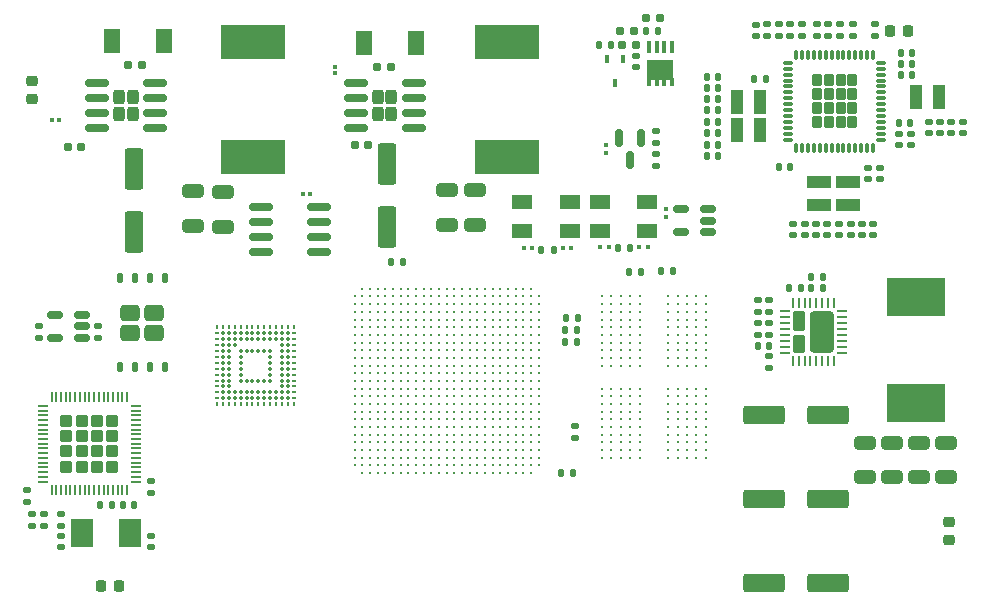
<source format=gbr>
%TF.GenerationSoftware,KiCad,Pcbnew,7.99.0-2419-g7f14b70ac3*%
%TF.CreationDate,2023-09-02T02:09:12+02:00*%
%TF.ProjectId,DQBSC,44514253-432e-46b6-9963-61645f706362,rev?*%
%TF.SameCoordinates,Original*%
%TF.FileFunction,Paste,Top*%
%TF.FilePolarity,Positive*%
%FSLAX46Y46*%
G04 Gerber Fmt 4.6, Leading zero omitted, Abs format (unit mm)*
G04 Created by KiCad (PCBNEW 7.99.0-2419-g7f14b70ac3) date 2023-09-02 02:09:12*
%MOMM*%
%LPD*%
G01*
G04 APERTURE LIST*
G04 Aperture macros list*
%AMRoundRect*
0 Rectangle with rounded corners*
0 $1 Rounding radius*
0 $2 $3 $4 $5 $6 $7 $8 $9 X,Y pos of 4 corners*
0 Add a 4 corners polygon primitive as box body*
4,1,4,$2,$3,$4,$5,$6,$7,$8,$9,$2,$3,0*
0 Add four circle primitives for the rounded corners*
1,1,$1+$1,$2,$3*
1,1,$1+$1,$4,$5*
1,1,$1+$1,$6,$7*
1,1,$1+$1,$8,$9*
0 Add four rect primitives between the rounded corners*
20,1,$1+$1,$2,$3,$4,$5,0*
20,1,$1+$1,$4,$5,$6,$7,0*
20,1,$1+$1,$6,$7,$8,$9,0*
20,1,$1+$1,$8,$9,$2,$3,0*%
%AMFreePoly0*
4,1,25,0.317682,0.485319,0.329034,0.475624,0.407847,0.396811,0.434540,0.344422,0.435711,0.329540,0.435711,-0.329540,0.417542,-0.385459,0.407847,-0.396811,0.329034,-0.475624,0.276645,-0.502317,0.261763,-0.503488,-0.261763,-0.503488,-0.317682,-0.485319,-0.329034,-0.475624,-0.407847,-0.396811,-0.434540,-0.344422,-0.435711,-0.329540,-0.435711,0.329540,-0.417542,0.385459,-0.407847,0.396811,
-0.329034,0.475624,-0.276645,0.502317,-0.261763,0.503488,0.261763,0.503488,0.317682,0.485319,0.317682,0.485319,$1*%
G04 Aperture macros list end*
%ADD10RoundRect,0.135000X0.185000X-0.135000X0.185000X0.135000X-0.185000X0.135000X-0.185000X-0.135000X0*%
%ADD11RoundRect,0.135000X-0.135000X-0.185000X0.135000X-0.185000X0.135000X0.185000X-0.135000X0.185000X0*%
%ADD12RoundRect,0.250000X-0.555000X0.435000X-0.555000X-0.435000X0.555000X-0.435000X0.555000X0.435000X0*%
%ADD13RoundRect,0.125000X-0.125000X0.262500X-0.125000X-0.262500X0.125000X-0.262500X0.125000X0.262500X0*%
%ADD14RoundRect,0.150000X0.512500X0.150000X-0.512500X0.150000X-0.512500X-0.150000X0.512500X-0.150000X0*%
%ADD15RoundRect,0.140000X-0.170000X0.140000X-0.170000X-0.140000X0.170000X-0.140000X0.170000X0.140000X0*%
%ADD16RoundRect,0.140000X0.140000X0.170000X-0.140000X0.170000X-0.140000X-0.170000X0.140000X-0.170000X0*%
%ADD17R,5.400000X2.900000*%
%ADD18RoundRect,0.135000X-0.185000X0.135000X-0.185000X-0.135000X0.185000X-0.135000X0.185000X0.135000X0*%
%ADD19RoundRect,0.140000X0.170000X-0.140000X0.170000X0.140000X-0.170000X0.140000X-0.170000X-0.140000X0*%
%ADD20R,2.000000X1.100000*%
%ADD21RoundRect,0.140000X-0.140000X-0.170000X0.140000X-0.170000X0.140000X0.170000X-0.140000X0.170000X0*%
%ADD22RoundRect,0.150000X-0.150000X0.587500X-0.150000X-0.587500X0.150000X-0.587500X0.150000X0.587500X0*%
%ADD23RoundRect,0.062500X-0.375000X-0.062500X0.375000X-0.062500X0.375000X0.062500X-0.375000X0.062500X0*%
%ADD24RoundRect,0.062500X-0.062500X-0.375000X0.062500X-0.375000X0.062500X0.375000X-0.062500X0.375000X0*%
%ADD25RoundRect,0.106599X0.418401X0.723401X-0.418401X0.723401X-0.418401X-0.723401X0.418401X-0.723401X0*%
%ADD26RoundRect,0.106599X0.418401X0.633401X-0.418401X0.633401X-0.418401X-0.633401X0.418401X-0.633401X0*%
%ADD27RoundRect,0.200000X0.785000X-1.540000X0.785000X1.540000X-0.785000X1.540000X-0.785000X-1.540000X0*%
%ADD28C,0.270000*%
%ADD29RoundRect,0.240000X-0.240000X-0.385000X0.240000X-0.385000X0.240000X0.385000X-0.240000X0.385000X0*%
%ADD30RoundRect,0.150000X-0.825000X-0.150000X0.825000X-0.150000X0.825000X0.150000X-0.825000X0.150000X0*%
%ADD31RoundRect,0.160000X0.197500X0.160000X-0.197500X0.160000X-0.197500X-0.160000X0.197500X-0.160000X0*%
%ADD32RoundRect,0.250000X-0.650000X0.325000X-0.650000X-0.325000X0.650000X-0.325000X0.650000X0.325000X0*%
%ADD33RoundRect,0.135000X0.135000X0.185000X-0.135000X0.185000X-0.135000X-0.185000X0.135000X-0.185000X0*%
%ADD34R,1.100000X2.000000*%
%ADD35R,1.400000X2.100000*%
%ADD36RoundRect,0.225000X0.225000X0.250000X-0.225000X0.250000X-0.225000X-0.250000X0.225000X-0.250000X0*%
%ADD37RoundRect,0.079500X-0.100500X0.079500X-0.100500X-0.079500X0.100500X-0.079500X0.100500X0.079500X0*%
%ADD38RoundRect,0.250000X1.500000X0.550000X-1.500000X0.550000X-1.500000X-0.550000X1.500000X-0.550000X0*%
%ADD39RoundRect,0.079500X-0.079500X-0.100500X0.079500X-0.100500X0.079500X0.100500X-0.079500X0.100500X0*%
%ADD40O,0.200000X0.350000*%
%ADD41O,0.350000X0.200000*%
%ADD42C,0.350000*%
%ADD43RoundRect,0.079500X0.079500X0.100500X-0.079500X0.100500X-0.079500X-0.100500X0.079500X-0.100500X0*%
%ADD44RoundRect,0.225000X0.250000X-0.225000X0.250000X0.225000X-0.250000X0.225000X-0.250000X-0.225000X0*%
%ADD45RoundRect,0.250000X-0.550000X1.500000X-0.550000X-1.500000X0.550000X-1.500000X0.550000X1.500000X0*%
%ADD46R,4.950000X3.175000*%
%ADD47C,0.330200*%
%ADD48FreePoly0,0.000000*%
%ADD49RoundRect,0.067500X-0.357500X-0.067500X0.357500X-0.067500X0.357500X0.067500X-0.357500X0.067500X0*%
%ADD50RoundRect,0.067500X-0.067500X0.357500X-0.067500X-0.357500X0.067500X-0.357500X0.067500X0.357500X0*%
%ADD51RoundRect,0.225000X-0.225000X-0.250000X0.225000X-0.250000X0.225000X0.250000X-0.225000X0.250000X0*%
%ADD52R,0.405000X0.990000*%
%ADD53R,2.235000X1.725000*%
%ADD54R,0.406250X0.760000*%
%ADD55R,1.900000X2.400000*%
%ADD56R,0.360000X0.320000*%
%ADD57RoundRect,0.079500X0.100500X-0.079500X0.100500X0.079500X-0.100500X0.079500X-0.100500X-0.079500X0*%
%ADD58RoundRect,0.250000X0.275000X0.275000X-0.275000X0.275000X-0.275000X-0.275000X0.275000X-0.275000X0*%
%ADD59RoundRect,0.050000X0.362500X0.050000X-0.362500X0.050000X-0.362500X-0.050000X0.362500X-0.050000X0*%
%ADD60RoundRect,0.050000X0.050000X0.362500X-0.050000X0.362500X-0.050000X-0.362500X0.050000X-0.362500X0*%
%ADD61R,0.320000X0.360000*%
%ADD62RoundRect,0.225000X-0.250000X0.225000X-0.250000X-0.225000X0.250000X-0.225000X0.250000X0.225000X0*%
%ADD63R,1.800000X1.200000*%
%ADD64RoundRect,0.155000X-0.212500X-0.155000X0.212500X-0.155000X0.212500X0.155000X-0.212500X0.155000X0*%
%ADD65R,0.450000X0.700000*%
%ADD66RoundRect,0.155000X0.212500X0.155000X-0.212500X0.155000X-0.212500X-0.155000X0.212500X-0.155000X0*%
G04 APERTURE END LIST*
D10*
%TO.C,R49*%
X59543462Y-121380028D03*
X59543462Y-120360028D03*
%TD*%
D11*
%TO.C,R70*%
X104723000Y-118960000D03*
X105743000Y-118960000D03*
%TD*%
D12*
%TO.C,U6*%
X70276000Y-105362400D03*
X68276000Y-105362400D03*
X70276000Y-107062400D03*
X68276000Y-107062400D03*
D13*
X71181000Y-102462400D03*
X69911000Y-102462400D03*
X68641000Y-102462400D03*
X67371000Y-102462400D03*
X67371000Y-109962400D03*
X68641000Y-109962400D03*
X69911000Y-109962400D03*
X71181000Y-109962400D03*
%TD*%
D14*
%TO.C,U12*%
X117182200Y-98538400D03*
X117182200Y-97588400D03*
X117182200Y-96638400D03*
X114907200Y-96638400D03*
X114907200Y-98538400D03*
%TD*%
D15*
%TO.C,C308*%
X122343462Y-109070028D03*
X122343462Y-110030028D03*
%TD*%
D16*
%TO.C,C290*%
X124120000Y-93030400D03*
X123160000Y-93030400D03*
%TD*%
D10*
%TO.C,R27*%
X122318462Y-105355028D03*
X122318462Y-104335028D03*
%TD*%
D15*
%TO.C,C191*%
X62393462Y-124280028D03*
X62393462Y-125240028D03*
%TD*%
D17*
%TO.C,L11*%
X100153000Y-82487000D03*
X100153000Y-92187000D03*
%TD*%
D16*
%TO.C,C234*%
X118023462Y-92112527D03*
X117063462Y-92112527D03*
%TD*%
D15*
%TO.C,C328*%
X60943462Y-122445014D03*
X60943462Y-123405014D03*
%TD*%
%TO.C,C237*%
X129243462Y-97877528D03*
X129243462Y-98837528D03*
%TD*%
D18*
%TO.C,R40*%
X62380962Y-122385014D03*
X62380962Y-123405014D03*
%TD*%
D19*
%TO.C,C321*%
X111093000Y-84608000D03*
X111093000Y-83648000D03*
%TD*%
D10*
%TO.C,R81*%
X129458462Y-81970028D03*
X129458462Y-80950028D03*
%TD*%
D15*
%TO.C,C238*%
X130193462Y-97877528D03*
X130193462Y-98837528D03*
%TD*%
%TO.C,C242*%
X137780000Y-89230400D03*
X137780000Y-90190400D03*
%TD*%
%TO.C,C281*%
X130755962Y-93090028D03*
X130755962Y-94050028D03*
%TD*%
D20*
%TO.C,L25*%
X126593462Y-94325028D03*
X126593462Y-96225028D03*
%TD*%
D21*
%TO.C,C283*%
X133505962Y-85270028D03*
X134465962Y-85270028D03*
%TD*%
D22*
%TO.C,U11*%
X111540481Y-90557514D03*
X109640481Y-90557514D03*
X110590481Y-92432514D03*
%TD*%
D23*
%TO.C,U2*%
X123655962Y-105270028D03*
X123655962Y-105770028D03*
X123655962Y-106270028D03*
X123655962Y-106770028D03*
X123655962Y-107270028D03*
X123655962Y-107770028D03*
X123655962Y-108270028D03*
X123655962Y-108770028D03*
D24*
X124343462Y-109457528D03*
X124843462Y-109457528D03*
X125343462Y-109457528D03*
X125843462Y-109457528D03*
X126343462Y-109457528D03*
X126843462Y-109457528D03*
X127343462Y-109457528D03*
X127843462Y-109457528D03*
D23*
X128530962Y-108770028D03*
X128530962Y-108270028D03*
X128530962Y-107770028D03*
X128530962Y-107270028D03*
X128530962Y-106770028D03*
X128530962Y-106270028D03*
X128530962Y-105770028D03*
X128530962Y-105270028D03*
D24*
X127843462Y-104582528D03*
X127343462Y-104582528D03*
X126843462Y-104582528D03*
X126343462Y-104582528D03*
X125843462Y-104582528D03*
X125343462Y-104582528D03*
X124843462Y-104582528D03*
X124343462Y-104582528D03*
D25*
X124878462Y-106110028D03*
D26*
X124878462Y-108020028D03*
D27*
X126848462Y-107020028D03*
%TD*%
D16*
%TO.C,C309*%
X122373462Y-108170028D03*
X121413462Y-108170028D03*
%TD*%
D10*
%TO.C,R32*%
X122318462Y-107280028D03*
X122318462Y-106260028D03*
%TD*%
D28*
%TO.C,U3*%
X108195000Y-104005400D03*
X108995000Y-104005400D03*
X109795000Y-104005400D03*
X110595000Y-104005400D03*
X111395000Y-104005400D03*
X113795000Y-104005400D03*
X114595000Y-104005400D03*
X115395000Y-104005400D03*
X116195000Y-104005400D03*
X116995000Y-104005400D03*
X108195000Y-117005400D03*
X108995000Y-117005400D03*
X109795000Y-117005400D03*
X110595000Y-117005400D03*
X111395000Y-117005400D03*
X113795000Y-117005400D03*
X114595000Y-117005400D03*
X115395000Y-117005400D03*
X116195000Y-117005400D03*
X116995000Y-117005400D03*
X108195000Y-117655400D03*
X108995000Y-117655400D03*
X109795000Y-117655400D03*
X110595000Y-117655400D03*
X111395000Y-117655400D03*
X113795000Y-117655400D03*
X114595000Y-117655400D03*
X115395000Y-117655400D03*
X116195000Y-117655400D03*
X116995000Y-117655400D03*
X108195000Y-104655400D03*
X108995000Y-104655400D03*
X109795000Y-104655400D03*
X110595000Y-104655400D03*
X111395000Y-104655400D03*
X113795000Y-104655400D03*
X114595000Y-104655400D03*
X115395000Y-104655400D03*
X116195000Y-104655400D03*
X116995000Y-104655400D03*
X108195000Y-105305400D03*
X108995000Y-105305400D03*
X109795000Y-105305400D03*
X110595000Y-105305400D03*
X111395000Y-105305400D03*
X113795000Y-105305400D03*
X114595000Y-105305400D03*
X115395000Y-105305400D03*
X116195000Y-105305400D03*
X116995000Y-105305400D03*
X108195000Y-105955400D03*
X108995000Y-105955400D03*
X109795000Y-105955400D03*
X110595000Y-105955400D03*
X111395000Y-105955400D03*
X113795000Y-105955400D03*
X114595000Y-105955400D03*
X115395000Y-105955400D03*
X116195000Y-105955400D03*
X116995000Y-105955400D03*
X108195000Y-106605400D03*
X108995000Y-106605400D03*
X109795000Y-106605400D03*
X110595000Y-106605400D03*
X111395000Y-106605400D03*
X113795000Y-106605400D03*
X114595000Y-106605400D03*
X115395000Y-106605400D03*
X116195000Y-106605400D03*
X116995000Y-106605400D03*
X108195000Y-107255400D03*
X108995000Y-107255400D03*
X109795000Y-107255400D03*
X110595000Y-107255400D03*
X111395000Y-107255400D03*
X113795000Y-107255400D03*
X114595000Y-107255400D03*
X115395000Y-107255400D03*
X116195000Y-107255400D03*
X116995000Y-107255400D03*
X108195000Y-107905400D03*
X108995000Y-107905400D03*
X109795000Y-107905400D03*
X110595000Y-107905400D03*
X111395000Y-107905400D03*
X113795000Y-107905400D03*
X114595000Y-107905400D03*
X115395000Y-107905400D03*
X116195000Y-107905400D03*
X116995000Y-107905400D03*
X108195000Y-108555400D03*
X108995000Y-108555400D03*
X109795000Y-108555400D03*
X110595000Y-108555400D03*
X111395000Y-108555400D03*
X113795000Y-108555400D03*
X114595000Y-108555400D03*
X115395000Y-108555400D03*
X116195000Y-108555400D03*
X116995000Y-108555400D03*
X108195000Y-109205400D03*
X108995000Y-109205400D03*
X109795000Y-109205400D03*
X110595000Y-109205400D03*
X111395000Y-109205400D03*
X113795000Y-109205400D03*
X114595000Y-109205400D03*
X115395000Y-109205400D03*
X116195000Y-109205400D03*
X116995000Y-109205400D03*
X108195000Y-109855400D03*
X108995000Y-109855400D03*
X109795000Y-109855400D03*
X110595000Y-109855400D03*
X111395000Y-109855400D03*
X113795000Y-109855400D03*
X114595000Y-109855400D03*
X115395000Y-109855400D03*
X116195000Y-109855400D03*
X116995000Y-109855400D03*
X108195000Y-111805400D03*
X108995000Y-111805400D03*
X109795000Y-111805400D03*
X110595000Y-111805400D03*
X111395000Y-111805400D03*
X113795000Y-111805400D03*
X114595000Y-111805400D03*
X115395000Y-111805400D03*
X116195000Y-111805400D03*
X116995000Y-111805400D03*
X108195000Y-112455400D03*
X108995000Y-112455400D03*
X109795000Y-112455400D03*
X110595000Y-112455400D03*
X111395000Y-112455400D03*
X113795000Y-112455400D03*
X114595000Y-112455400D03*
X115395000Y-112455400D03*
X116195000Y-112455400D03*
X116995000Y-112455400D03*
X108195000Y-113105400D03*
X108995000Y-113105400D03*
X109795000Y-113105400D03*
X110595000Y-113105400D03*
X111395000Y-113105400D03*
X113795000Y-113105400D03*
X114595000Y-113105400D03*
X115395000Y-113105400D03*
X116195000Y-113105400D03*
X116995000Y-113105400D03*
X108195000Y-113755400D03*
X108995000Y-113755400D03*
X109795000Y-113755400D03*
X110595000Y-113755400D03*
X111395000Y-113755400D03*
X113795000Y-113755400D03*
X114595000Y-113755400D03*
X115395000Y-113755400D03*
X116195000Y-113755400D03*
X116995000Y-113755400D03*
X108195000Y-114405400D03*
X108995000Y-114405400D03*
X109795000Y-114405400D03*
X110595000Y-114405400D03*
X111395000Y-114405400D03*
X113795000Y-114405400D03*
X114595000Y-114405400D03*
X115395000Y-114405400D03*
X116195000Y-114405400D03*
X116995000Y-114405400D03*
X108195000Y-115055400D03*
X108995000Y-115055400D03*
X109795000Y-115055400D03*
X110595000Y-115055400D03*
X111395000Y-115055400D03*
X113795000Y-115055400D03*
X114595000Y-115055400D03*
X115395000Y-115055400D03*
X116195000Y-115055400D03*
X116995000Y-115055400D03*
X108195000Y-115705400D03*
X108995000Y-115705400D03*
X109795000Y-115705400D03*
X110595000Y-115705400D03*
X111395000Y-115705400D03*
X113795000Y-115705400D03*
X114595000Y-115705400D03*
X115395000Y-115705400D03*
X116195000Y-115705400D03*
X116995000Y-115705400D03*
X108195000Y-116355400D03*
X108995000Y-116355400D03*
X109795000Y-116355400D03*
X110595000Y-116355400D03*
X111395000Y-116355400D03*
X113795000Y-116355400D03*
X114595000Y-116355400D03*
X115395000Y-116355400D03*
X116195000Y-116355400D03*
X116995000Y-116355400D03*
%TD*%
D29*
%TO.C,U9*%
X67325000Y-87095000D03*
X67325000Y-88595000D03*
X68465000Y-87095000D03*
X68465000Y-88595000D03*
D30*
X65420000Y-85940000D03*
X65420000Y-87210000D03*
X65420000Y-88480000D03*
X65420000Y-89750000D03*
X70370000Y-89750000D03*
X70370000Y-88480000D03*
X70370000Y-87210000D03*
X70370000Y-85940000D03*
%TD*%
D31*
%TO.C,R36*%
X111090500Y-82728000D03*
X109895500Y-82728000D03*
%TD*%
D18*
%TO.C,R57*%
X124143462Y-80935028D03*
X124143462Y-81955028D03*
%TD*%
D32*
%TO.C,C53*%
X130443462Y-116370028D03*
X130443462Y-119320028D03*
%TD*%
D33*
%TO.C,R12*%
X111503000Y-101924200D03*
X110483000Y-101924200D03*
%TD*%
D32*
%TO.C,C71*%
X76150000Y-95133000D03*
X76150000Y-98083000D03*
%TD*%
D34*
%TO.C,L15*%
X121568462Y-87525028D03*
X119668462Y-87525028D03*
%TD*%
D35*
%TO.C,D3*%
X71111000Y-82384000D03*
X66711000Y-82384000D03*
%TD*%
D30*
%TO.C,U26*%
X79315000Y-96455400D03*
X79315000Y-97725400D03*
X79315000Y-98995400D03*
X79315000Y-100265400D03*
X84265000Y-100265400D03*
X84265000Y-98995400D03*
X84265000Y-97725400D03*
X84265000Y-96455400D03*
%TD*%
D36*
%TO.C,C3*%
X134115481Y-81545014D03*
X132565481Y-81545014D03*
%TD*%
D37*
%TO.C,C198*%
X113611800Y-96613400D03*
X113611800Y-97303400D03*
%TD*%
D16*
%TO.C,C232*%
X118023462Y-90175861D03*
X117063462Y-90175861D03*
%TD*%
D10*
%TO.C,R23*%
X123193462Y-81955028D03*
X123193462Y-80935028D03*
%TD*%
D38*
%TO.C,C54*%
X127293462Y-121170028D03*
X121893462Y-121170028D03*
%TD*%
D34*
%TO.C,L24*%
X134818462Y-87125028D03*
X136718462Y-87125028D03*
%TD*%
D32*
%TO.C,C77*%
X95073000Y-95006000D03*
X95073000Y-97956000D03*
%TD*%
D16*
%TO.C,C231*%
X118023462Y-89207528D03*
X117063462Y-89207528D03*
%TD*%
D15*
%TO.C,C282*%
X131705962Y-93090028D03*
X131705962Y-94050028D03*
%TD*%
%TO.C,C288*%
X128318462Y-80965028D03*
X128318462Y-81925028D03*
%TD*%
D39*
%TO.C,C196*%
X111365000Y-99783000D03*
X112055000Y-99783000D03*
%TD*%
D19*
%TO.C,C313*%
X65565481Y-107495014D03*
X65565481Y-106535014D03*
%TD*%
D34*
%TO.C,L22*%
X121568462Y-89925028D03*
X119668462Y-89925028D03*
%TD*%
D40*
%TO.C,U4*%
X75600000Y-106625000D03*
X76100000Y-106625000D03*
X76600000Y-106625000D03*
X77100000Y-106625000D03*
X77600000Y-106625000D03*
X78100000Y-106625000D03*
X78600000Y-106625000D03*
X79100000Y-106625000D03*
X79600000Y-106625000D03*
X80100000Y-106625000D03*
X80600000Y-106625000D03*
X81100000Y-106625000D03*
X81600000Y-106625000D03*
X82100000Y-106625000D03*
D41*
X75600000Y-107125000D03*
D42*
X76100000Y-107125000D03*
X76600000Y-107125000D03*
X77100000Y-107125000D03*
X77600000Y-107125000D03*
X78100000Y-107125000D03*
X78600000Y-107125000D03*
X79100000Y-107125000D03*
X79600000Y-107125000D03*
X80100000Y-107125000D03*
X80600000Y-107125000D03*
X81100000Y-107125000D03*
X81600000Y-107125000D03*
D41*
X82100000Y-107125000D03*
X75600000Y-107625000D03*
D42*
X76100000Y-107625000D03*
X76600000Y-107625000D03*
X77100000Y-107625000D03*
X77600000Y-107625000D03*
X78100000Y-107625000D03*
X78600000Y-107625000D03*
X79100000Y-107625000D03*
X79600000Y-107625000D03*
X80100000Y-107625000D03*
X80600000Y-107625000D03*
X81100000Y-107625000D03*
X81600000Y-107625000D03*
D41*
X82100000Y-107625000D03*
X75600000Y-108125000D03*
D42*
X76100000Y-108125000D03*
X76600000Y-108125000D03*
X77100000Y-108125000D03*
X81100000Y-108125000D03*
X81600000Y-108125000D03*
D41*
X82100000Y-108125000D03*
X75600000Y-108625000D03*
D42*
X76100000Y-108625000D03*
X76600000Y-108625000D03*
X77600000Y-108625000D03*
X78100000Y-108625000D03*
X78600000Y-108625000D03*
X79100000Y-108625000D03*
X79600000Y-108625000D03*
X80100000Y-108625000D03*
X81100000Y-108625000D03*
X81600000Y-108625000D03*
D41*
X82100000Y-108625000D03*
X75600000Y-109125000D03*
D42*
X76100000Y-109125000D03*
X76600000Y-109125000D03*
X77600000Y-109125000D03*
X80100000Y-109125000D03*
X81100000Y-109125000D03*
X81600000Y-109125000D03*
D41*
X82100000Y-109125000D03*
X75600000Y-109625000D03*
D42*
X76100000Y-109625000D03*
X76600000Y-109625000D03*
X77600000Y-109625000D03*
X80100000Y-109625000D03*
X81100000Y-109625000D03*
X81600000Y-109625000D03*
D41*
X82100000Y-109625000D03*
X75600000Y-110125000D03*
D42*
X76100000Y-110125000D03*
X76600000Y-110125000D03*
X77600000Y-110125000D03*
X80100000Y-110125000D03*
X81100000Y-110125000D03*
X81600000Y-110125000D03*
D41*
X82100000Y-110125000D03*
X75600000Y-110625000D03*
D42*
X76100000Y-110625000D03*
X76600000Y-110625000D03*
X77600000Y-110625000D03*
X80100000Y-110625000D03*
X81100000Y-110625000D03*
X81600000Y-110625000D03*
D41*
X82100000Y-110625000D03*
X75600000Y-111125000D03*
D42*
X76100000Y-111125000D03*
X76600000Y-111125000D03*
X77600000Y-111125000D03*
X78100000Y-111125000D03*
X78600000Y-111125000D03*
X79100000Y-111125000D03*
X79600000Y-111125000D03*
X80100000Y-111125000D03*
X81100000Y-111125000D03*
X81600000Y-111125000D03*
D41*
X82100000Y-111125000D03*
X75600000Y-111625000D03*
D42*
X76100000Y-111625000D03*
X76600000Y-111625000D03*
X81100000Y-111625000D03*
X81600000Y-111625000D03*
D41*
X82100000Y-111625000D03*
X75600000Y-112125000D03*
D42*
X76100000Y-112125000D03*
X76600000Y-112125000D03*
X77100000Y-112125000D03*
X77600000Y-112125000D03*
X78100000Y-112125000D03*
X78600000Y-112125000D03*
X79100000Y-112125000D03*
X79600000Y-112125000D03*
X80100000Y-112125000D03*
X80600000Y-112125000D03*
X81100000Y-112125000D03*
X81600000Y-112125000D03*
D41*
X82100000Y-112125000D03*
X75600000Y-112625000D03*
D42*
X76100000Y-112625000D03*
X76600000Y-112625000D03*
X77100000Y-112625000D03*
X77600000Y-112625000D03*
X78100000Y-112625000D03*
X78600000Y-112625000D03*
X79100000Y-112625000D03*
X79600000Y-112625000D03*
X80100000Y-112625000D03*
X80600000Y-112625000D03*
X81100000Y-112625000D03*
X81600000Y-112625000D03*
D41*
X82100000Y-112625000D03*
D40*
X75600000Y-113125000D03*
X76100000Y-113125000D03*
X76600000Y-113125000D03*
X77100000Y-113125000D03*
X77600000Y-113125000D03*
X78100000Y-113125000D03*
X78600000Y-113125000D03*
X79100000Y-113125000D03*
X79600000Y-113125000D03*
X80100000Y-113125000D03*
X80600000Y-113125000D03*
X81100000Y-113125000D03*
X81600000Y-113125000D03*
X82100000Y-113125000D03*
%TD*%
D18*
%TO.C,R24*%
X122193462Y-80935028D03*
X122193462Y-81955028D03*
%TD*%
D38*
%TO.C,C46*%
X127293462Y-114070028D03*
X121893462Y-114070028D03*
%TD*%
D31*
%TO.C,C62*%
X90336500Y-84543000D03*
X89141500Y-84543000D03*
%TD*%
D35*
%TO.C,D4*%
X92447000Y-82511000D03*
X88047000Y-82511000D03*
%TD*%
D17*
%TO.C,L10*%
X78690000Y-82487000D03*
X78690000Y-92187000D03*
%TD*%
D10*
%TO.C,R31*%
X121368462Y-107280028D03*
X121368462Y-106260028D03*
%TD*%
D20*
%TO.C,L23*%
X128993462Y-94325028D03*
X128993462Y-96225028D03*
%TD*%
D43*
%TO.C,C193*%
X102276000Y-99910000D03*
X101586000Y-99910000D03*
%TD*%
D16*
%TO.C,C228*%
X118023462Y-87307528D03*
X117063462Y-87307528D03*
%TD*%
D11*
%TO.C,R2*%
X90310000Y-101080400D03*
X91330000Y-101080400D03*
%TD*%
D44*
%TO.C,C6*%
X137567200Y-124662600D03*
X137567200Y-123112600D03*
%TD*%
D11*
%TO.C,R6*%
X105068800Y-106882400D03*
X106088800Y-106882400D03*
%TD*%
D15*
%TO.C,C277*%
X127243462Y-97877528D03*
X127243462Y-98837528D03*
%TD*%
D16*
%TO.C,C285*%
X134465962Y-83370028D03*
X133505962Y-83370028D03*
%TD*%
D45*
%TO.C,C66*%
X68565481Y-93170014D03*
X68565481Y-98570014D03*
%TD*%
D11*
%TO.C,R39*%
X65727862Y-121642828D03*
X66747862Y-121642828D03*
%TD*%
D19*
%TO.C,C291*%
X121193462Y-81945028D03*
X121193462Y-80985028D03*
%TD*%
D32*
%TO.C,C52*%
X132743462Y-116370028D03*
X132743462Y-119320028D03*
%TD*%
D11*
%TO.C,R26*%
X125883462Y-102345028D03*
X126903462Y-102345028D03*
%TD*%
D46*
%TO.C,L9*%
X134793462Y-104012528D03*
X134793462Y-113027528D03*
%TD*%
D47*
%TO.C,U1*%
X87245000Y-118305400D03*
X87245000Y-117655400D03*
X87245000Y-117005400D03*
X87245000Y-116355400D03*
X87245000Y-115705400D03*
X87245000Y-115055400D03*
X87245000Y-114405400D03*
X87245000Y-113755400D03*
X87245000Y-113105400D03*
X87245000Y-112455400D03*
X87245000Y-111805400D03*
X87245000Y-111155400D03*
X87245000Y-110505400D03*
X87245000Y-109855400D03*
X87245000Y-109205400D03*
X87245000Y-108555400D03*
X87245000Y-107905400D03*
X87245000Y-107255400D03*
X87245000Y-106605400D03*
X87245000Y-105955400D03*
X87245000Y-105305400D03*
X87245000Y-104655400D03*
X87245000Y-104005400D03*
X100245000Y-118955400D03*
X100245000Y-118305400D03*
X100245000Y-117655400D03*
X100245000Y-117005400D03*
X100245000Y-116355400D03*
X100245000Y-115705400D03*
X100245000Y-115055400D03*
X100245000Y-114405400D03*
X100245000Y-113755400D03*
X100245000Y-113105400D03*
X100245000Y-112455400D03*
X100245000Y-111805400D03*
X100245000Y-111155400D03*
X100245000Y-110505400D03*
X100245000Y-109855400D03*
X100245000Y-109205400D03*
X100245000Y-108555400D03*
X100245000Y-107905400D03*
X100245000Y-107255400D03*
X100245000Y-106605400D03*
X100245000Y-105955400D03*
X100245000Y-105305400D03*
X100245000Y-104655400D03*
X100245000Y-104005400D03*
X100245000Y-103355400D03*
X100895000Y-118955400D03*
X100895000Y-118305400D03*
X100895000Y-117655400D03*
X100895000Y-117005400D03*
X100895000Y-116355400D03*
X100895000Y-115705400D03*
X100895000Y-115055400D03*
X100895000Y-114405400D03*
X100895000Y-113755400D03*
X100895000Y-113105400D03*
X100895000Y-112455400D03*
X100895000Y-111805400D03*
X100895000Y-111155400D03*
X100895000Y-110505400D03*
X100895000Y-109855400D03*
X100895000Y-109205400D03*
X100895000Y-108555400D03*
X100895000Y-107905400D03*
X100895000Y-107255400D03*
X100895000Y-106605400D03*
X100895000Y-105955400D03*
X100895000Y-105305400D03*
X100895000Y-104655400D03*
X100895000Y-104005400D03*
X100895000Y-103355400D03*
X101545000Y-118955400D03*
X101545000Y-118305400D03*
X101545000Y-117655400D03*
X101545000Y-117005400D03*
X101545000Y-116355400D03*
X101545000Y-115705400D03*
X101545000Y-115055400D03*
X101545000Y-114405400D03*
X101545000Y-113755400D03*
X101545000Y-113105400D03*
X101545000Y-112455400D03*
X101545000Y-111805400D03*
X101545000Y-111155400D03*
X101545000Y-110505400D03*
X101545000Y-109855400D03*
X101545000Y-109205400D03*
X101545000Y-108555400D03*
X101545000Y-107905400D03*
X101545000Y-107255400D03*
X101545000Y-106605400D03*
X101545000Y-105955400D03*
X101545000Y-105305400D03*
X101545000Y-104655400D03*
X101545000Y-104005400D03*
X101545000Y-103355400D03*
X102195000Y-118955400D03*
X102195000Y-118305400D03*
X102195000Y-117655400D03*
X102195000Y-117005400D03*
X102195000Y-116355400D03*
X102195000Y-115705400D03*
X102195000Y-115055400D03*
X102195000Y-114405400D03*
X102195000Y-113755400D03*
X102195000Y-113105400D03*
X102195000Y-112455400D03*
X102195000Y-111805400D03*
X102195000Y-111155400D03*
X102195000Y-110505400D03*
X102195000Y-109855400D03*
X102195000Y-109205400D03*
X102195000Y-108555400D03*
X102195000Y-107905400D03*
X102195000Y-107255400D03*
X102195000Y-106605400D03*
X102195000Y-105955400D03*
X102195000Y-105305400D03*
X102195000Y-104655400D03*
X102195000Y-104005400D03*
X102195000Y-103355400D03*
X102845000Y-118305400D03*
X102845000Y-117655400D03*
X102845000Y-117005400D03*
X102845000Y-116355400D03*
X102845000Y-115705400D03*
X102845000Y-115055400D03*
X102845000Y-114405400D03*
X102845000Y-113755400D03*
X102845000Y-113105400D03*
X102845000Y-112455400D03*
X102845000Y-111805400D03*
X102845000Y-111155400D03*
X102845000Y-110505400D03*
X102845000Y-109855400D03*
X102845000Y-109205400D03*
X102845000Y-108555400D03*
X102845000Y-107905400D03*
X102845000Y-107255400D03*
X102845000Y-106605400D03*
X102845000Y-105955400D03*
X102845000Y-105305400D03*
X102845000Y-104655400D03*
X102845000Y-104005400D03*
X87895000Y-118955400D03*
X87895000Y-118305400D03*
X87895000Y-117655400D03*
X87895000Y-117005400D03*
X87895000Y-116355400D03*
X87895000Y-115705400D03*
X87895000Y-115055400D03*
X87895000Y-114405400D03*
X87895000Y-113755400D03*
X87895000Y-113105400D03*
X87895000Y-112455400D03*
X87895000Y-111805400D03*
X87895000Y-111155400D03*
X87895000Y-110505400D03*
X87895000Y-109855400D03*
X87895000Y-109205400D03*
X87895000Y-108555400D03*
X87895000Y-107905400D03*
X87895000Y-107255400D03*
X87895000Y-106605400D03*
X87895000Y-105955400D03*
X87895000Y-105305400D03*
X87895000Y-104655400D03*
X87895000Y-104005400D03*
X87895000Y-103355400D03*
X88545000Y-118955400D03*
X88545000Y-118305400D03*
X88545000Y-117655400D03*
X88545000Y-117005400D03*
X88545000Y-116355400D03*
X88545000Y-115705400D03*
X88545000Y-115055400D03*
X88545000Y-114405400D03*
X88545000Y-113755400D03*
X88545000Y-113105400D03*
X88545000Y-112455400D03*
X88545000Y-111805400D03*
X88545000Y-111155400D03*
X88545000Y-110505400D03*
X88545000Y-109855400D03*
X88545000Y-109205400D03*
X88545000Y-108555400D03*
X88545000Y-107905400D03*
X88545000Y-107255400D03*
X88545000Y-106605400D03*
X88545000Y-105955400D03*
X88545000Y-105305400D03*
X88545000Y-104655400D03*
X88545000Y-104005400D03*
X88545000Y-103355400D03*
X89195000Y-118955400D03*
X89195000Y-118305400D03*
X89195000Y-117655400D03*
X89195000Y-117005400D03*
X89195000Y-116355400D03*
X89195000Y-115705400D03*
X89195000Y-115055400D03*
X89195000Y-114405400D03*
X89195000Y-113755400D03*
X89195000Y-113105400D03*
X89195000Y-112455400D03*
X89195000Y-111805400D03*
X89195000Y-111155400D03*
X89195000Y-110505400D03*
X89195000Y-109855400D03*
X89195000Y-109205400D03*
X89195000Y-108555400D03*
X89195000Y-107905400D03*
X89195000Y-107255400D03*
X89195000Y-106605400D03*
X89195000Y-105955400D03*
X89195000Y-105305400D03*
X89195000Y-104655400D03*
X89195000Y-104005400D03*
X89195000Y-103355400D03*
X89845000Y-118955400D03*
X89845000Y-118305400D03*
X89845000Y-117655400D03*
X89845000Y-117005400D03*
X89845000Y-116355400D03*
X89845000Y-115705400D03*
X89845000Y-115055400D03*
X89845000Y-114405400D03*
X89845000Y-113755400D03*
X89845000Y-113105400D03*
X89845000Y-112455400D03*
X89845000Y-111805400D03*
X89845000Y-111155400D03*
X89845000Y-110505400D03*
X89845000Y-109855400D03*
X89845000Y-109205400D03*
X89845000Y-108555400D03*
X89845000Y-107905400D03*
X89845000Y-107255400D03*
X89845000Y-106605400D03*
X89845000Y-105955400D03*
X89845000Y-105305400D03*
X89845000Y-104655400D03*
X89845000Y-104005400D03*
X89845000Y-103355400D03*
X90495000Y-118955400D03*
X90495000Y-118305400D03*
X90495000Y-117655400D03*
X90495000Y-117005400D03*
X90495000Y-116355400D03*
X90495000Y-115705400D03*
X90495000Y-115055400D03*
X90495000Y-114405400D03*
X90495000Y-113755400D03*
X90495000Y-113105400D03*
X90495000Y-112455400D03*
X90495000Y-111805400D03*
X90495000Y-111155400D03*
X90495000Y-110505400D03*
X90495000Y-109855400D03*
X90495000Y-109205400D03*
X90495000Y-108555400D03*
X90495000Y-107905400D03*
X90495000Y-107255400D03*
X90495000Y-106605400D03*
X90495000Y-105955400D03*
X90495000Y-105305400D03*
X90495000Y-104655400D03*
X90495000Y-104005400D03*
X90495000Y-103355400D03*
X91145000Y-118955400D03*
X91145000Y-118305400D03*
X91145000Y-117655400D03*
X91145000Y-117005400D03*
X91145000Y-116355400D03*
X91145000Y-115705400D03*
X91145000Y-115055400D03*
X91145000Y-114405400D03*
X91145000Y-113755400D03*
X91145000Y-113105400D03*
X91145000Y-112455400D03*
X91145000Y-111805400D03*
X91145000Y-111155400D03*
X91145000Y-110505400D03*
X91145000Y-109855400D03*
X91145000Y-109205400D03*
X91145000Y-108555400D03*
X91145000Y-107905400D03*
X91145000Y-107255400D03*
X91145000Y-106605400D03*
X91145000Y-105955400D03*
X91145000Y-105305400D03*
X91145000Y-104655400D03*
X91145000Y-104005400D03*
X91145000Y-103355400D03*
X91795000Y-118955400D03*
X91795000Y-118305400D03*
X91795000Y-117655400D03*
X91795000Y-117005400D03*
X91795000Y-116355400D03*
X91795000Y-115705400D03*
X91795000Y-115055400D03*
X91795000Y-114405400D03*
X91795000Y-113755400D03*
X91795000Y-113105400D03*
X91795000Y-112455400D03*
X91795000Y-111805400D03*
X91795000Y-111155400D03*
X91795000Y-110505400D03*
X91795000Y-109855400D03*
X91795000Y-109205400D03*
X91795000Y-108555400D03*
X91795000Y-107905400D03*
X91795000Y-107255400D03*
X91795000Y-106605400D03*
X91795000Y-105955400D03*
X91795000Y-105305400D03*
X91795000Y-104655400D03*
X91795000Y-104005400D03*
X91795000Y-103355400D03*
X92445000Y-118955400D03*
X92445000Y-118305400D03*
X92445000Y-117655400D03*
X92445000Y-117005400D03*
X92445000Y-116355400D03*
X92445000Y-115705400D03*
X92445000Y-115055400D03*
X92445000Y-114405400D03*
X92445000Y-113755400D03*
X92445000Y-113105400D03*
X92445000Y-112455400D03*
X92445000Y-111805400D03*
X92445000Y-111155400D03*
X92445000Y-110505400D03*
X92445000Y-109855400D03*
X92445000Y-109205400D03*
X92445000Y-108555400D03*
X92445000Y-107905400D03*
X92445000Y-107255400D03*
X92445000Y-106605400D03*
X92445000Y-105955400D03*
X92445000Y-105305400D03*
X92445000Y-104655400D03*
X92445000Y-104005400D03*
X92445000Y-103355400D03*
X93095000Y-118955400D03*
X93095000Y-118305400D03*
X93095000Y-117655400D03*
X93095000Y-117005400D03*
X93095000Y-116355400D03*
X93095000Y-115705400D03*
X93095000Y-115055400D03*
X93095000Y-114405400D03*
X93095000Y-113755400D03*
X93095000Y-113105400D03*
X93095000Y-112455400D03*
X93095000Y-111805400D03*
X93095000Y-111155400D03*
X93095000Y-110505400D03*
X93095000Y-109855400D03*
X93095000Y-109205400D03*
X93095000Y-108555400D03*
X93095000Y-107905400D03*
X93095000Y-107255400D03*
X93095000Y-106605400D03*
X93095000Y-105955400D03*
X93095000Y-105305400D03*
X93095000Y-104655400D03*
X93095000Y-104005400D03*
X93095000Y-103355400D03*
X93745000Y-118955400D03*
X93745000Y-118305400D03*
X93745000Y-117655400D03*
X93745000Y-117005400D03*
X93745000Y-116355400D03*
X93745000Y-115705400D03*
X93745000Y-115055400D03*
X93745000Y-114405400D03*
X93745000Y-113755400D03*
X93745000Y-113105400D03*
X93745000Y-112455400D03*
X93745000Y-111805400D03*
X93745000Y-111155400D03*
X93745000Y-110505400D03*
X93745000Y-109855400D03*
X93745000Y-109205400D03*
X93745000Y-108555400D03*
X93745000Y-107905400D03*
X93745000Y-107255400D03*
X93745000Y-106605400D03*
X93745000Y-105955400D03*
X93745000Y-105305400D03*
X93745000Y-104655400D03*
X93745000Y-104005400D03*
X93745000Y-103355400D03*
X94395000Y-118955400D03*
X94395000Y-118305400D03*
X94395000Y-117655400D03*
X94395000Y-117005400D03*
X94395000Y-116355400D03*
X94395000Y-115705400D03*
X94395000Y-115055400D03*
X94395000Y-114405400D03*
X94395000Y-113755400D03*
X94395000Y-113105400D03*
X94395000Y-112455400D03*
X94395000Y-111805400D03*
X94395000Y-111155400D03*
X94395000Y-110505400D03*
X94395000Y-109855400D03*
X94395000Y-109205400D03*
X94395000Y-108555400D03*
X94395000Y-107905400D03*
X94395000Y-107255400D03*
X94395000Y-106605400D03*
X94395000Y-105955400D03*
X94395000Y-105305400D03*
X94395000Y-104655400D03*
X94395000Y-104005400D03*
X94395000Y-103355400D03*
X95045000Y-118955400D03*
X95045000Y-118305400D03*
X95045000Y-117655400D03*
X95045000Y-117005400D03*
X95045000Y-116355400D03*
X95045000Y-115705400D03*
X95045000Y-115055400D03*
X95045000Y-114405400D03*
X95045000Y-113755400D03*
X95045000Y-113105400D03*
X95045000Y-112455400D03*
X95045000Y-111805400D03*
X95045000Y-111155400D03*
X95045000Y-110505400D03*
X95045000Y-109855400D03*
X95045000Y-109205400D03*
X95045000Y-108555400D03*
X95045000Y-107905400D03*
X95045000Y-107255400D03*
X95045000Y-106605400D03*
X95045000Y-105955400D03*
X95045000Y-105305400D03*
X95045000Y-104655400D03*
X95045000Y-104005400D03*
X95045000Y-103355400D03*
X95695000Y-118955400D03*
X95695000Y-118305400D03*
X95695000Y-117655400D03*
X95695000Y-117005400D03*
X95695000Y-116355400D03*
X95695000Y-115705400D03*
X95695000Y-115055400D03*
X95695000Y-114405400D03*
X95695000Y-113755400D03*
X95695000Y-113105400D03*
X95695000Y-112455400D03*
X95695000Y-111805400D03*
X95695000Y-111155400D03*
X95695000Y-110505400D03*
X95695000Y-109855400D03*
X95695000Y-109205400D03*
X95695000Y-108555400D03*
X95695000Y-107905400D03*
X95695000Y-107255400D03*
X95695000Y-106605400D03*
X95695000Y-105955400D03*
X95695000Y-105305400D03*
X95695000Y-104655400D03*
X95695000Y-104005400D03*
X95695000Y-103355400D03*
X96345000Y-118955400D03*
X96345000Y-118305400D03*
X96345000Y-117655400D03*
X96345000Y-117005400D03*
X96345000Y-116355400D03*
X96345000Y-115705400D03*
X96345000Y-115055400D03*
X96345000Y-114405400D03*
X96345000Y-113755400D03*
X96345000Y-113105400D03*
X96345000Y-112455400D03*
X96345000Y-111805400D03*
X96345000Y-111155400D03*
X96345000Y-110505400D03*
X96345000Y-109855400D03*
X96345000Y-109205400D03*
X96345000Y-108555400D03*
X96345000Y-107905400D03*
X96345000Y-107255400D03*
X96345000Y-106605400D03*
X96345000Y-105955400D03*
X96345000Y-105305400D03*
X96345000Y-104655400D03*
X96345000Y-104005400D03*
X96345000Y-103355400D03*
X96995000Y-118955400D03*
X96995000Y-118305400D03*
X96995000Y-117655400D03*
X96995000Y-117005400D03*
X96995000Y-116355400D03*
X96995000Y-115705400D03*
X96995000Y-115055400D03*
X96995000Y-114405400D03*
X96995000Y-113755400D03*
X96995000Y-113105400D03*
X96995000Y-112455400D03*
X96995000Y-111805400D03*
X96995000Y-111155400D03*
X96995000Y-110505400D03*
X96995000Y-109855400D03*
X96995000Y-109205400D03*
X96995000Y-108555400D03*
X96995000Y-107905400D03*
X96995000Y-107255400D03*
X96995000Y-106605400D03*
X96995000Y-105955400D03*
X96995000Y-105305400D03*
X96995000Y-104655400D03*
X96995000Y-104005400D03*
X96995000Y-103355400D03*
X97645000Y-118955400D03*
X97645000Y-118305400D03*
X97645000Y-117655400D03*
X97645000Y-117005400D03*
X97645000Y-116355400D03*
X97645000Y-115705400D03*
X97645000Y-115055400D03*
X97645000Y-114405400D03*
X97645000Y-113755400D03*
X97645000Y-113105400D03*
X97645000Y-112455400D03*
X97645000Y-111805400D03*
X97645000Y-111155400D03*
X97645000Y-110505400D03*
X97645000Y-109855400D03*
X97645000Y-109205400D03*
X97645000Y-108555400D03*
X97645000Y-107905400D03*
X97645000Y-107255400D03*
X97645000Y-106605400D03*
X97645000Y-105955400D03*
X97645000Y-105305400D03*
X97645000Y-104655400D03*
X97645000Y-104005400D03*
X97645000Y-103355400D03*
X98295000Y-118955400D03*
X98295000Y-118305400D03*
X98295000Y-117655400D03*
X98295000Y-117005400D03*
X98295000Y-116355400D03*
X98295000Y-115705400D03*
X98295000Y-115055400D03*
X98295000Y-114405400D03*
X98295000Y-113755400D03*
X98295000Y-113105400D03*
X98295000Y-112455400D03*
X98295000Y-111805400D03*
X98295000Y-111155400D03*
X98295000Y-110505400D03*
X98295000Y-109855400D03*
X98295000Y-109205400D03*
X98295000Y-108555400D03*
X98295000Y-107905400D03*
X98295000Y-107255400D03*
X98295000Y-106605400D03*
X98295000Y-105955400D03*
X98295000Y-105305400D03*
X98295000Y-104655400D03*
X98295000Y-104005400D03*
X98295000Y-103355400D03*
X98945000Y-118955400D03*
X98945000Y-118305400D03*
X98945000Y-117655400D03*
X98945000Y-117005400D03*
X98945000Y-116355400D03*
X98945000Y-115705400D03*
X98945000Y-115055400D03*
X98945000Y-114405400D03*
X98945000Y-113755400D03*
X98945000Y-113105400D03*
X98945000Y-112455400D03*
X98945000Y-111805400D03*
X98945000Y-111155400D03*
X98945000Y-110505400D03*
X98945000Y-109855400D03*
X98945000Y-109205400D03*
X98945000Y-108555400D03*
X98945000Y-107905400D03*
X98945000Y-107255400D03*
X98945000Y-106605400D03*
X98945000Y-105955400D03*
X98945000Y-105305400D03*
X98945000Y-104655400D03*
X98945000Y-104005400D03*
X98945000Y-103355400D03*
X99595000Y-118955400D03*
X99595000Y-118305400D03*
X99595000Y-117655400D03*
X99595000Y-117005400D03*
X99595000Y-116355400D03*
X99595000Y-115705400D03*
X99595000Y-115055400D03*
X99595000Y-114405400D03*
X99595000Y-113755400D03*
X99595000Y-113105400D03*
X99595000Y-112455400D03*
X99595000Y-111805400D03*
X99595000Y-111155400D03*
X99595000Y-110505400D03*
X99595000Y-109855400D03*
X99595000Y-109205400D03*
X99595000Y-108555400D03*
X99595000Y-107905400D03*
X99595000Y-107255400D03*
X99595000Y-106605400D03*
X99595000Y-105955400D03*
X99595000Y-105305400D03*
X99595000Y-104655400D03*
X99595000Y-104005400D03*
X99595000Y-103355400D03*
%TD*%
D21*
%TO.C,C368*%
X133318462Y-89325028D03*
X134278462Y-89325028D03*
%TD*%
D14*
%TO.C,U7*%
X64177981Y-107495014D03*
X64177981Y-106545014D03*
X64177981Y-105595014D03*
X61902981Y-105595014D03*
X61902981Y-107495014D03*
%TD*%
D43*
%TO.C,C195*%
X108753000Y-99783000D03*
X108063000Y-99783000D03*
%TD*%
D39*
%TO.C,C194*%
X104888000Y-99910000D03*
X105578000Y-99910000D03*
%TD*%
D16*
%TO.C,C227*%
X118023462Y-88257528D03*
X117063462Y-88257528D03*
%TD*%
D48*
%TO.C,U8*%
X126393462Y-85707528D03*
X126393462Y-86882528D03*
X126393462Y-88057528D03*
X126393462Y-89232528D03*
X127393462Y-85707528D03*
X127393462Y-86882528D03*
X127393462Y-88057528D03*
X127393462Y-89232528D03*
X128393462Y-85707528D03*
X128393462Y-86882528D03*
X128393462Y-88057528D03*
X128393462Y-89232528D03*
X129393462Y-85707528D03*
X129393462Y-86882528D03*
X129393462Y-88057528D03*
X129393462Y-89232528D03*
D49*
X123955962Y-84220028D03*
X123955962Y-84720028D03*
X123955962Y-85220028D03*
X123955962Y-85720028D03*
X123955962Y-86220028D03*
X123955962Y-86720028D03*
X123955962Y-87220028D03*
X123955962Y-87720028D03*
X123955962Y-88220028D03*
X123955962Y-88720028D03*
X123955962Y-89220028D03*
X123955962Y-89720028D03*
X123955962Y-90220028D03*
X123955962Y-90720028D03*
D50*
X124643462Y-91407528D03*
X125143462Y-91407528D03*
X125643462Y-91407528D03*
X126143462Y-91407528D03*
X126643462Y-91407528D03*
X127143462Y-91407528D03*
X127643462Y-91407528D03*
X128143462Y-91407528D03*
X128643462Y-91407528D03*
X129143462Y-91407528D03*
X129643462Y-91407528D03*
X130143462Y-91407528D03*
X130643462Y-91407528D03*
X131143462Y-91407528D03*
D49*
X131830962Y-90720028D03*
X131830962Y-90220028D03*
X131830962Y-89720028D03*
X131830962Y-89220028D03*
X131830962Y-88720028D03*
X131830962Y-88220028D03*
X131830962Y-87720028D03*
X131830962Y-87220028D03*
X131830962Y-86720028D03*
X131830962Y-86220028D03*
X131830962Y-85720028D03*
X131830962Y-85220028D03*
X131830962Y-84720028D03*
X131830962Y-84220028D03*
D50*
X131143462Y-83532528D03*
X130643462Y-83532528D03*
X130143462Y-83532528D03*
X129643462Y-83532528D03*
X129143462Y-83532528D03*
X128643462Y-83532528D03*
X128143462Y-83532528D03*
X127643462Y-83532528D03*
X127143462Y-83532528D03*
X126643462Y-83532528D03*
X126143462Y-83532528D03*
X125643462Y-83532528D03*
X125143462Y-83532528D03*
X124643462Y-83532528D03*
%TD*%
D51*
%TO.C,C5*%
X65790481Y-128545014D03*
X67340481Y-128545014D03*
%TD*%
D21*
%TO.C,C322*%
X107963000Y-82753014D03*
X108923000Y-82753014D03*
%TD*%
D18*
%TO.C,R56*%
X125093462Y-80935028D03*
X125093462Y-81955028D03*
%TD*%
D16*
%TO.C,C229*%
X118023462Y-85407528D03*
X117063462Y-85407528D03*
%TD*%
D19*
%TO.C,C284*%
X131318462Y-81925028D03*
X131318462Y-80965028D03*
%TD*%
D15*
%TO.C,C235*%
X128293462Y-97877528D03*
X128293462Y-98837528D03*
%TD*%
%TO.C,C241*%
X135870000Y-89230400D03*
X135870000Y-90190400D03*
%TD*%
D31*
%TO.C,R82*%
X113143981Y-80402014D03*
X111948981Y-80402014D03*
%TD*%
D15*
%TO.C,C276*%
X126293462Y-97877528D03*
X126293462Y-98837528D03*
%TD*%
D32*
%TO.C,C49*%
X135043462Y-116370028D03*
X135043462Y-119320028D03*
%TD*%
D10*
%TO.C,R54*%
X59943462Y-123435014D03*
X59943462Y-122415014D03*
%TD*%
D52*
%TO.C,Q3*%
X114143000Y-82860514D03*
X113483000Y-82860514D03*
X112823000Y-82860514D03*
X112163000Y-82860514D03*
D53*
X113143000Y-84853014D03*
D54*
X114143000Y-85845514D03*
X113481750Y-85845514D03*
X112820500Y-85845514D03*
X112159250Y-85845514D03*
%TD*%
D45*
%TO.C,C67*%
X90010000Y-92750400D03*
X90010000Y-98150400D03*
%TD*%
D55*
%TO.C,Y1*%
X68243462Y-124020028D03*
X64143462Y-124020028D03*
%TD*%
D56*
%TO.C,C75*%
X61660000Y-89055400D03*
X62220000Y-89055400D03*
%TD*%
D16*
%TO.C,C230*%
X118023462Y-86357528D03*
X117063462Y-86357528D03*
%TD*%
D15*
%TO.C,C192*%
X69993462Y-124280028D03*
X69993462Y-125240028D03*
%TD*%
D57*
%TO.C,C197*%
X108540481Y-91840014D03*
X108540481Y-91150014D03*
%TD*%
D58*
%TO.C,U5*%
X66743462Y-118420028D03*
X66743462Y-117120028D03*
X66743462Y-115820028D03*
X66743462Y-114520028D03*
X65443462Y-118420028D03*
X65443462Y-117120028D03*
X65443462Y-115820028D03*
X65443462Y-114520028D03*
X64143462Y-118420028D03*
X64143462Y-117120028D03*
X64143462Y-115820028D03*
X64143462Y-114520028D03*
X62843462Y-118420028D03*
X62843462Y-117120028D03*
X62843462Y-115820028D03*
X62843462Y-114520028D03*
D59*
X68730962Y-119670028D03*
X68730962Y-119270028D03*
X68730962Y-118870028D03*
X68730962Y-118470028D03*
X68730962Y-118070028D03*
X68730962Y-117670028D03*
X68730962Y-117270028D03*
X68730962Y-116870028D03*
X68730962Y-116470028D03*
X68730962Y-116070028D03*
X68730962Y-115670028D03*
X68730962Y-115270028D03*
X68730962Y-114870028D03*
X68730962Y-114470028D03*
X68730962Y-114070028D03*
X68730962Y-113670028D03*
X68730962Y-113270028D03*
D60*
X67993462Y-112532528D03*
X67593462Y-112532528D03*
X67193462Y-112532528D03*
X66793462Y-112532528D03*
X66393462Y-112532528D03*
X65993462Y-112532528D03*
X65593462Y-112532528D03*
X65193462Y-112532528D03*
X64793462Y-112532528D03*
X64393462Y-112532528D03*
X63993462Y-112532528D03*
X63593462Y-112532528D03*
X63193462Y-112532528D03*
X62793462Y-112532528D03*
X62393462Y-112532528D03*
X61993462Y-112532528D03*
X61593462Y-112532528D03*
D59*
X60855962Y-113270028D03*
X60855962Y-113670028D03*
X60855962Y-114070028D03*
X60855962Y-114470028D03*
X60855962Y-114870028D03*
X60855962Y-115270028D03*
X60855962Y-115670028D03*
X60855962Y-116070028D03*
X60855962Y-116470028D03*
X60855962Y-116870028D03*
X60855962Y-117270028D03*
X60855962Y-117670028D03*
X60855962Y-118070028D03*
X60855962Y-118470028D03*
X60855962Y-118870028D03*
X60855962Y-119270028D03*
X60855962Y-119670028D03*
D60*
X61593462Y-120407528D03*
X61993462Y-120407528D03*
X62393462Y-120407528D03*
X62793462Y-120407528D03*
X63193462Y-120407528D03*
X63593462Y-120407528D03*
X63993462Y-120407528D03*
X64393462Y-120407528D03*
X64793462Y-120407528D03*
X65193462Y-120407528D03*
X65593462Y-120407528D03*
X65993462Y-120407528D03*
X66393462Y-120407528D03*
X66793462Y-120407528D03*
X67193462Y-120407528D03*
X67593462Y-120407528D03*
X67993462Y-120407528D03*
%TD*%
D19*
%TO.C,C314*%
X60515481Y-107495014D03*
X60515481Y-106535014D03*
%TD*%
D15*
%TO.C,C286*%
X127343462Y-80965028D03*
X127343462Y-81925028D03*
%TD*%
D18*
%TO.C,R13*%
X105903000Y-114944200D03*
X105903000Y-115964200D03*
%TD*%
D15*
%TO.C,C236*%
X131143462Y-97877528D03*
X131143462Y-98837528D03*
%TD*%
D16*
%TO.C,C312*%
X112923000Y-81563000D03*
X111963000Y-81563000D03*
%TD*%
D61*
%TO.C,C78*%
X85620000Y-84550400D03*
X85620000Y-85110400D03*
%TD*%
D16*
%TO.C,C327*%
X68573462Y-121620028D03*
X67613462Y-121620028D03*
%TD*%
D32*
%TO.C,C73*%
X97486000Y-95006000D03*
X97486000Y-97956000D03*
%TD*%
D18*
%TO.C,R38*%
X69993462Y-119610028D03*
X69993462Y-120630028D03*
%TD*%
D15*
%TO.C,C278*%
X124393462Y-97877528D03*
X124393462Y-98837528D03*
%TD*%
D62*
%TO.C,C4*%
X59965481Y-85745014D03*
X59965481Y-87295014D03*
%TD*%
D63*
%TO.C,Y4*%
X105455000Y-96043000D03*
X101455000Y-96043000D03*
X101455000Y-98443000D03*
X105455000Y-98443000D03*
%TD*%
D11*
%TO.C,R5*%
X105068800Y-107847600D03*
X106088800Y-107847600D03*
%TD*%
D64*
%TO.C,C61*%
X87266500Y-91147000D03*
X88401500Y-91147000D03*
%TD*%
D63*
%TO.C,Y5*%
X112005000Y-96043000D03*
X108005000Y-96043000D03*
X108005000Y-98443000D03*
X112005000Y-98443000D03*
%TD*%
D11*
%TO.C,R11*%
X113213000Y-101864200D03*
X114233000Y-101864200D03*
%TD*%
D15*
%TO.C,C272*%
X133343462Y-90225028D03*
X133343462Y-91185028D03*
%TD*%
D33*
%TO.C,R68*%
X104092000Y-100037000D03*
X103072000Y-100037000D03*
%TD*%
D32*
%TO.C,C74*%
X73610000Y-95084000D03*
X73610000Y-98034000D03*
%TD*%
D31*
%TO.C,R37*%
X110940500Y-81563000D03*
X109745500Y-81563000D03*
%TD*%
D16*
%TO.C,C270*%
X134465962Y-84320028D03*
X133505962Y-84320028D03*
%TD*%
D19*
%TO.C,C273*%
X134318462Y-91180028D03*
X134318462Y-90220028D03*
%TD*%
D16*
%TO.C,C233*%
X118023462Y-91144194D03*
X117063462Y-91144194D03*
%TD*%
D11*
%TO.C,R25*%
X121055481Y-85577528D03*
X122075481Y-85577528D03*
%TD*%
%TO.C,R29*%
X124008462Y-103295028D03*
X125028462Y-103295028D03*
%TD*%
D65*
%TO.C,Q2*%
X109943000Y-83928000D03*
X108643000Y-83928000D03*
X109293000Y-85928000D03*
%TD*%
D10*
%TO.C,R72*%
X112765481Y-92995014D03*
X112765481Y-91975014D03*
%TD*%
D31*
%TO.C,C58*%
X69292000Y-84416000D03*
X68097000Y-84416000D03*
%TD*%
D15*
%TO.C,C287*%
X126418462Y-80965028D03*
X126418462Y-81925028D03*
%TD*%
D33*
%TO.C,R30*%
X126903462Y-103295028D03*
X125883462Y-103295028D03*
%TD*%
D29*
%TO.C,U10*%
X89234000Y-87095000D03*
X89234000Y-88595000D03*
X90374000Y-87095000D03*
X90374000Y-88595000D03*
D30*
X87329000Y-85940000D03*
X87329000Y-87210000D03*
X87329000Y-88480000D03*
X87329000Y-89750000D03*
X92279000Y-89750000D03*
X92279000Y-88480000D03*
X92279000Y-87210000D03*
X92279000Y-85940000D03*
%TD*%
D66*
%TO.C,C57*%
X64087500Y-91330400D03*
X62952500Y-91330400D03*
%TD*%
D38*
%TO.C,C51*%
X127293462Y-128270028D03*
X121893462Y-128270028D03*
%TD*%
D11*
%TO.C,R14*%
X105162262Y-105856828D03*
X106182262Y-105856828D03*
%TD*%
D15*
%TO.C,C240*%
X136825000Y-89230400D03*
X136825000Y-90190400D03*
%TD*%
D32*
%TO.C,C47*%
X137343462Y-116370028D03*
X137343462Y-119320028D03*
%TD*%
D15*
%TO.C,C239*%
X138720000Y-89230400D03*
X138720000Y-90190400D03*
%TD*%
%TO.C,C275*%
X125343462Y-97877528D03*
X125343462Y-98837528D03*
%TD*%
D33*
%TO.C,R69*%
X110569000Y-99910000D03*
X109549000Y-99910000D03*
%TD*%
D18*
%TO.C,R71*%
X112765481Y-89995014D03*
X112765481Y-91015014D03*
%TD*%
D56*
%TO.C,C279*%
X83470000Y-95310400D03*
X82910000Y-95310400D03*
%TD*%
D10*
%TO.C,R28*%
X121368462Y-105355028D03*
X121368462Y-104335028D03*
%TD*%
M02*

</source>
